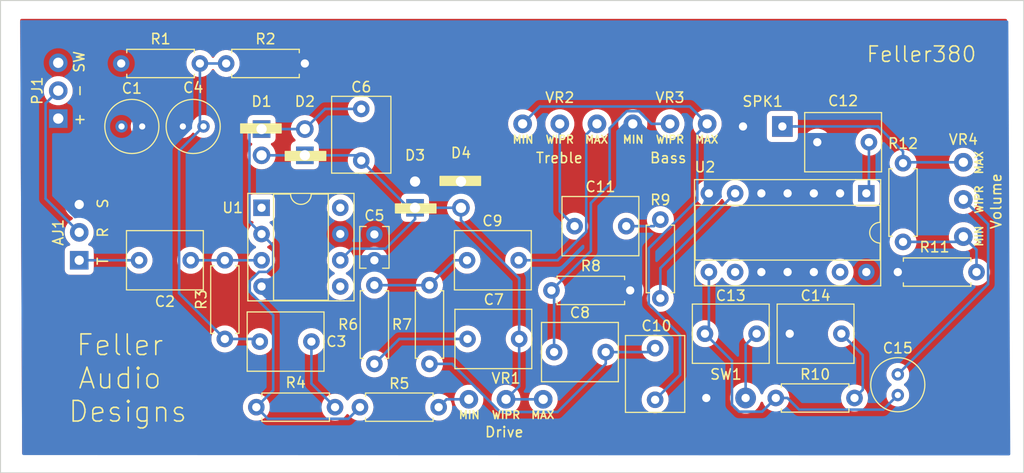
<source format=kicad_pcb>
(kicad_pcb (version 20171130) (host pcbnew "(5.1.2)-1")
  (layers (0 F.Cu signal) (31 B.Cu signal) (34 B.Paste user) (35 F.Paste user) (36 B.SilkS user) (37 F.SilkS user) (38 B.Mask user) (39 F.Mask user) (44 Edge.Cuts user))
  (net 0 "")
  (net 1 GND)
  (net 2 "Net-(AJ1-PadRING)")
  (net 3 "Net-(AJ1-PadTIP)")
  (net 4 /Vref)
  (net 5 "Net-(C2-Pad1)")
  (net 6 "Net-(C3-Pad1)")
  (net 7 "Net-(C6-Pad2)")
  (net 8 "Net-(C6-Pad1)")
  (net 9 "Net-(C7-Pad1)")
  (net 10 "Net-(C8-Pad1)")
  (net 11 VDD)
  (net 12 "Net-(U1-Pad8)")
  (net 13 "Net-(U1-Pad5)")
  (net 14 "Net-(U1-Pad1)")
  (net 15 "Net-(U2-Pad13)")
  (net 16 "Net-(U2-Pad9)")
  (net 17 "Net-(C10-Pad2)")
  (net 18 "Net-(C9-Pad2)")
  (net 19 "Net-(C9-Pad1)")
  (net 20 "Net-(C10-Pad1)")
  (net 21 "Net-(C11-Pad2)")
  (net 22 "Net-(C11-Pad1)")
  (net 23 "Net-(C12-Pad2)")
  (net 24 "Net-(C13-Pad2)")
  (net 25 "Net-(C13-Pad1)")
  (net 26 "Net-(C14-Pad1)")
  (net 27 "Net-(C15-Pad1)")
  (net 28 "Net-(R5-Pad1)")
  (net 29 "Net-(R9-Pad2)")
  (net 30 "Net-(R11-Pad1)")
  (net 31 "Net-(R12-Pad1)")
  (module Capacitor_THT:C_Rect_L7.2mm_W5.5mm_P5.00mm_FKS2_FKP2_MKS2_MKP2 (layer F.Cu) (at 157.607 85.598 180)
    (fp_text reference C14 (at 2.5 3.683) (layer F.SilkS))
    (fp_text value 47n)
    (fp_line (start 6.22 -2.87) (end 6.22 2.87) (layer F.SilkS) (width 0.12))
    (fp_line (start -1.22 -2.87) (end -1.22 2.87) (layer F.SilkS) (width 0.12))
    (fp_line (start -1.22 2.87) (end 6.22 2.87) (layer F.SilkS) (width 0.12))
    (fp_line (start -1.22 -2.87) (end 6.22 -2.87) (layer F.SilkS) (width 0.12))
    (pad 2 thru_hole circle (at 5 0 180) (size 1.6 1.6) (drill 0.8) (layers *.Cu *.Mask) (net 1 GND))
    (pad 1 thru_hole circle (at 0 0 180) (size 1.6 1.6) (drill 0.8) (layers *.Cu *.Mask) (net 26 "Net-(C14-Pad1)"))
  )
  (module Capacitor_THT:C_Rect_L7.2mm_W5.5mm_P5.00mm_FKS2_FKP2_MKS2_MKP2 (layer F.Cu) (at 144.399 85.598)
    (fp_text reference C13 (at 2.5 -3.683) (layer F.SilkS))
    (fp_text value 47n)
    (fp_line (start 6.22 -2.87) (end 6.22 2.87) (layer F.SilkS) (width 0.12))
    (fp_line (start -1.22 -2.87) (end -1.22 2.87) (layer F.SilkS) (width 0.12))
    (fp_line (start -1.22 2.87) (end 6.22 2.87) (layer F.SilkS) (width 0.12))
    (fp_line (start -1.22 -2.87) (end 6.22 -2.87) (layer F.SilkS) (width 0.12))
    (pad 2 thru_hole circle (at 5 0) (size 1.6 1.6) (drill 0.8) (layers *.Cu *.Mask) (net 24 "Net-(C13-Pad2)"))
    (pad 1 thru_hole circle (at 0 0) (size 1.6 1.6) (drill 0.8) (layers *.Cu *.Mask) (net 25 "Net-(C13-Pad1)"))
  )
  (module Capacitor_THT:C_Rect_L7.2mm_W5.5mm_P5.00mm_FKS2_FKP2_MKS2_MKP2 (layer F.Cu) (at 155.274 67.056)
    (fp_text reference C12 (at 2.5 -4) (layer F.SilkS))
    (fp_text value 47n)
    (fp_line (start 6.22 -2.87) (end 6.22 2.87) (layer F.SilkS) (width 0.12))
    (fp_line (start -1.22 -2.87) (end -1.22 2.87) (layer F.SilkS) (width 0.12))
    (fp_line (start -1.22 2.87) (end 6.22 2.87) (layer F.SilkS) (width 0.12))
    (fp_line (start -1.22 -2.87) (end 6.22 -2.87) (layer F.SilkS) (width 0.12))
    (pad 2 thru_hole circle (at 5 0) (size 1.6 1.6) (drill 0.8) (layers *.Cu *.Mask) (net 23 "Net-(C12-Pad2)"))
    (pad 1 thru_hole circle (at 0 0) (size 1.6 1.6) (drill 0.8) (layers *.Cu *.Mask) (net 1 GND))
  )
  (module Capacitor_THT:C_Rect_L7.2mm_W5.5mm_P5.00mm_FKS2_FKP2_MKS2_MKP2 (layer F.Cu) (at 136.779 75.184 180)
    (fp_text reference C11 (at 2.5 3.81) (layer F.SilkS))
    (fp_text value 1u)
    (fp_line (start 6.22 -2.87) (end 6.22 2.87) (layer F.SilkS) (width 0.12))
    (fp_line (start -1.22 -2.87) (end -1.22 2.87) (layer F.SilkS) (width 0.12))
    (fp_line (start -1.22 2.87) (end 6.22 2.87) (layer F.SilkS) (width 0.12))
    (fp_line (start -1.22 -2.87) (end 6.22 -2.87) (layer F.SilkS) (width 0.12))
    (pad 2 thru_hole circle (at 5 0 180) (size 1.6 1.6) (drill 0.8) (layers *.Cu *.Mask) (net 21 "Net-(C11-Pad2)"))
    (pad 1 thru_hole circle (at 0 0 180) (size 1.6 1.6) (drill 0.8) (layers *.Cu *.Mask) (net 22 "Net-(C11-Pad1)"))
  )
  (module Capacitor_THT:C_Rect_L7.2mm_W5.5mm_P5.00mm_FKS2_FKP2_MKS2_MKP2 (layer F.Cu) (at 139.573 91.995 90)
    (fp_text reference C10 (at 7.159 0.127 180) (layer F.SilkS))
    (fp_text value 100n)
    (fp_line (start 6.22 -2.87) (end 6.22 2.87) (layer F.SilkS) (width 0.12))
    (fp_line (start -1.22 -2.87) (end -1.22 2.87) (layer F.SilkS) (width 0.12))
    (fp_line (start -1.22 2.87) (end 6.22 2.87) (layer F.SilkS) (width 0.12))
    (fp_line (start -1.22 -2.87) (end 6.22 -2.87) (layer F.SilkS) (width 0.12))
    (pad 2 thru_hole circle (at 5 0 90) (size 1.6 1.6) (drill 0.8) (layers *.Cu *.Mask) (net 17 "Net-(C10-Pad2)"))
    (pad 1 thru_hole circle (at 0 0 90) (size 1.6 1.6) (drill 0.8) (layers *.Cu *.Mask) (net 20 "Net-(C10-Pad1)"))
  )
  (module Capacitor_THT:C_Rect_L7.2mm_W5.5mm_P5.00mm_FKS2_FKP2_MKS2_MKP2 (layer F.Cu) (at 126.365 78.486 180)
    (fp_text reference C9 (at 2.54 3.81) (layer F.SilkS))
    (fp_text value 470p)
    (fp_line (start 6.22 -2.87) (end 6.22 2.87) (layer F.SilkS) (width 0.12))
    (fp_line (start -1.22 -2.87) (end -1.22 2.87) (layer F.SilkS) (width 0.12))
    (fp_line (start -1.22 2.87) (end 6.22 2.87) (layer F.SilkS) (width 0.12))
    (fp_line (start -1.22 -2.87) (end 6.22 -2.87) (layer F.SilkS) (width 0.12))
    (pad 2 thru_hole circle (at 5 0 180) (size 1.6 1.6) (drill 0.8) (layers *.Cu *.Mask) (net 18 "Net-(C9-Pad2)"))
    (pad 1 thru_hole circle (at 0 0 180) (size 1.6 1.6) (drill 0.8) (layers *.Cu *.Mask) (net 19 "Net-(C9-Pad1)"))
  )
  (module Capacitor_THT:C_Rect_L7.2mm_W5.5mm_P5.00mm_FKS2_FKP2_MKS2_MKP2 (layer F.Cu) (at 129.794 87.376)
    (fp_text reference C8 (at 2.5 -3.81) (layer F.SilkS))
    (fp_text value 100n)
    (fp_line (start 6.22 -2.87) (end 6.22 2.87) (layer F.SilkS) (width 0.12))
    (fp_line (start -1.22 -2.87) (end -1.22 2.87) (layer F.SilkS) (width 0.12))
    (fp_line (start -1.22 2.87) (end 6.22 2.87) (layer F.SilkS) (width 0.12))
    (fp_line (start -1.22 -2.87) (end 6.22 -2.87) (layer F.SilkS) (width 0.12))
    (pad 2 thru_hole circle (at 5 0) (size 1.6 1.6) (drill 0.8) (layers *.Cu *.Mask) (net 17 "Net-(C10-Pad2)"))
    (pad 1 thru_hole circle (at 0 0) (size 1.6 1.6) (drill 0.8) (layers *.Cu *.Mask) (net 10 "Net-(C8-Pad1)"))
  )
  (module Capacitor_THT:C_Rect_L7.2mm_W5.5mm_P5.00mm_FKS2_FKP2_MKS2_MKP2 (layer F.Cu) (at 121.412 86.106)
    (fp_text reference C7 (at 2.54 -3.81) (layer F.SilkS))
    (fp_text value 1u)
    (fp_line (start 6.22 -2.87) (end 6.22 2.87) (layer F.SilkS) (width 0.12))
    (fp_line (start -1.22 -2.87) (end -1.22 2.87) (layer F.SilkS) (width 0.12))
    (fp_line (start -1.22 2.87) (end 6.22 2.87) (layer F.SilkS) (width 0.12))
    (fp_line (start -1.22 -2.87) (end 6.22 -2.87) (layer F.SilkS) (width 0.12))
    (pad 2 thru_hole circle (at 5 0) (size 1.6 1.6) (drill 0.8) (layers *.Cu *.Mask) (net 8 "Net-(C6-Pad1)"))
    (pad 1 thru_hole circle (at 0 0) (size 1.6 1.6) (drill 0.8) (layers *.Cu *.Mask) (net 9 "Net-(C7-Pad1)"))
  )
  (module Capacitor_THT:C_Rect_L7.2mm_W5.5mm_P5.00mm_FKS2_FKP2_MKS2_MKP2 (layer F.Cu) (at 111.125 68.834 90)
    (fp_text reference C6 (at 7.112 0 180) (layer F.SilkS))
    (fp_text value 470p)
    (fp_line (start 6.22 -2.87) (end 6.22 2.87) (layer F.SilkS) (width 0.12))
    (fp_line (start -1.22 -2.87) (end -1.22 2.87) (layer F.SilkS) (width 0.12))
    (fp_line (start -1.22 2.87) (end 6.22 2.87) (layer F.SilkS) (width 0.12))
    (fp_line (start -1.22 -2.87) (end 6.22 -2.87) (layer F.SilkS) (width 0.12))
    (pad 2 thru_hole circle (at 5 0 90) (size 1.6 1.6) (drill 0.8) (layers *.Cu *.Mask) (net 7 "Net-(C6-Pad2)"))
    (pad 1 thru_hole circle (at 0 0 90) (size 1.6 1.6) (drill 0.8) (layers *.Cu *.Mask) (net 8 "Net-(C6-Pad1)"))
  )
  (module Capacitor_THT:C_Rect_L7.2mm_W5.5mm_P5.00mm_FKS2_FKP2_MKS2_MKP2 (layer F.Cu) (at 106.299 86.36 180)
    (fp_text reference C3 (at -2.413 0) (layer F.SilkS))
    (fp_text value 100n)
    (fp_line (start 6.22 -2.87) (end 6.22 2.87) (layer F.SilkS) (width 0.12))
    (fp_line (start -1.22 -2.87) (end -1.22 2.87) (layer F.SilkS) (width 0.12))
    (fp_line (start -1.22 2.87) (end 6.22 2.87) (layer F.SilkS) (width 0.12))
    (fp_line (start -1.22 -2.87) (end 6.22 -2.87) (layer F.SilkS) (width 0.12))
    (pad 2 thru_hole circle (at 5 0 180) (size 1.6 1.6) (drill 0.8) (layers *.Cu *.Mask) (net 4 /Vref))
    (pad 1 thru_hole circle (at 0 0 180) (size 1.6 1.6) (drill 0.8) (layers *.Cu *.Mask) (net 6 "Net-(C3-Pad1)"))
  )
  (module Capacitor_THT:C_Rect_L7.2mm_W5.5mm_P5.00mm_FKS2_FKP2_MKS2_MKP2 (layer F.Cu) (at 94.615 78.486 180)
    (fp_text reference C2 (at 2.5 -4) (layer F.SilkS))
    (fp_text value 47n)
    (fp_line (start 6.22 -2.87) (end 6.22 2.87) (layer F.SilkS) (width 0.12))
    (fp_line (start -1.22 -2.87) (end -1.22 2.87) (layer F.SilkS) (width 0.12))
    (fp_line (start -1.22 2.87) (end 6.22 2.87) (layer F.SilkS) (width 0.12))
    (fp_line (start -1.22 -2.87) (end 6.22 -2.87) (layer F.SilkS) (width 0.12))
    (pad 2 thru_hole circle (at 5 0 180) (size 1.6 1.6) (drill 0.8) (layers *.Cu *.Mask) (net 3 "Net-(AJ1-PadTIP)"))
    (pad 1 thru_hole circle (at 0 0 180) (size 1.6 1.6) (drill 0.8) (layers *.Cu *.Mask) (net 5 "Net-(C2-Pad1)"))
  )
  (module GuitarPedalStuff:Pot (layer F.Cu) (at 141.014 65.278)
    (fp_text reference VR3 (at 0 -2.54) (layer F.SilkS))
    (fp_text value A1M)
    (fp_text user MAX (at 3.556 1.524) (layer F.SilkS) (effects (font (size 0.75 0.75))))
    (fp_text user WIPR (at 0 1.524) (layer F.SilkS) (effects (font (size 0.75 0.75))))
    (fp_text user MIN (at -3.556 1.524) (layer F.SilkS) (effects (font (size 0.75 0.75))))
    (pad MAX thru_hole circle (at 3.6 0) (size 1.8 1.8) (drill 0.9) (layers *.Cu *.Mask) (net 20 "Net-(C10-Pad1)"))
    (pad WIPR thru_hole circle (at 0 0) (size 1.8 1.8) (drill 0.9) (layers *.Cu *.Mask) (net 10 "Net-(C8-Pad1)"))
    (pad MIN thru_hole circle (at -3.6 0) (size 1.8 1.8) (drill 0.9) (layers *.Cu *.Mask) (net 1 GND))
  )
  (module GuitarPedalStuff:Pot (layer F.Cu) (at 130.346 65.278)
    (fp_text reference VR2 (at 0 -2.54) (layer F.SilkS))
    (fp_text value A100K)
    (fp_text user MAX (at 3.556 1.524) (layer F.SilkS) (effects (font (size 0.75 0.75))))
    (fp_text user WIPR (at 0 1.524) (layer F.SilkS) (effects (font (size 0.75 0.75))))
    (fp_text user MIN (at -3.556 1.524) (layer F.SilkS) (effects (font (size 0.75 0.75))))
    (pad MAX thru_hole circle (at 3.6 0) (size 1.8 1.8) (drill 0.9) (layers *.Cu *.Mask) (net 19 "Net-(C9-Pad1)"))
    (pad WIPR thru_hole circle (at 0 0) (size 1.8 1.8) (drill 0.9) (layers *.Cu *.Mask) (net 21 "Net-(C11-Pad2)"))
    (pad MIN thru_hole circle (at -3.6 0) (size 1.8 1.8) (drill 0.9) (layers *.Cu *.Mask) (net 20 "Net-(C10-Pad1)"))
  )
  (module Resistor_THT:R_Axial_DIN0207_L6.3mm_D2.5mm_P7.62mm_Horizontal (layer F.Cu) (at 129.54 81.407)
    (fp_text reference R8 (at 3.81 -2.37) (layer F.SilkS))
    (fp_text value 10K)
    (fp_line (start 7.08 1.37) (end 7.08 1.04) (layer F.SilkS) (width 0.12))
    (fp_line (start 0.54 1.37) (end 7.08 1.37) (layer F.SilkS) (width 0.12))
    (fp_line (start 0.54 1.04) (end 0.54 1.37) (layer F.SilkS) (width 0.12))
    (fp_line (start 7.08 -1.37) (end 7.08 -1.04) (layer F.SilkS) (width 0.12))
    (fp_line (start 0.54 -1.37) (end 7.08 -1.37) (layer F.SilkS) (width 0.12))
    (fp_line (start 0.54 -1.04) (end 0.54 -1.37) (layer F.SilkS) (width 0.12))
    (pad 2 thru_hole oval (at 7.62 0) (size 1.6 1.6) (drill 0.8) (layers *.Cu *.Mask) (net 1 GND))
    (pad 1 thru_hole circle (at 0 0) (size 1.6 1.6) (drill 0.8) (layers *.Cu *.Mask) (net 10 "Net-(C8-Pad1)"))
  )
  (module Resistor_THT:R_Axial_DIN0207_L6.3mm_D2.5mm_P7.62mm_Horizontal (layer F.Cu) (at 117.729 80.899 270)
    (fp_text reference R7 (at 3.81 2.667 180) (layer F.SilkS))
    (fp_text value 10K)
    (fp_line (start 7.08 1.37) (end 7.08 1.04) (layer F.SilkS) (width 0.12))
    (fp_line (start 0.54 1.37) (end 7.08 1.37) (layer F.SilkS) (width 0.12))
    (fp_line (start 0.54 1.04) (end 0.54 1.37) (layer F.SilkS) (width 0.12))
    (fp_line (start 7.08 -1.37) (end 7.08 -1.04) (layer F.SilkS) (width 0.12))
    (fp_line (start 0.54 -1.37) (end 7.08 -1.37) (layer F.SilkS) (width 0.12))
    (fp_line (start 0.54 -1.04) (end 0.54 -1.37) (layer F.SilkS) (width 0.12))
    (pad 2 thru_hole oval (at 7.62 0 270) (size 1.6 1.6) (drill 0.8) (layers *.Cu *.Mask) (net 17 "Net-(C10-Pad2)"))
    (pad 1 thru_hole circle (at 0 0 270) (size 1.6 1.6) (drill 0.8) (layers *.Cu *.Mask) (net 18 "Net-(C9-Pad2)"))
  )
  (module Resistor_THT:R_Axial_DIN0207_L6.3mm_D2.5mm_P7.62mm_Horizontal (layer F.Cu) (at 112.395 88.519 90)
    (fp_text reference R6 (at 3.81 -2.54 180) (layer F.SilkS))
    (fp_text value 10K)
    (fp_line (start 7.08 1.37) (end 7.08 1.04) (layer F.SilkS) (width 0.12))
    (fp_line (start 0.54 1.37) (end 7.08 1.37) (layer F.SilkS) (width 0.12))
    (fp_line (start 0.54 1.04) (end 0.54 1.37) (layer F.SilkS) (width 0.12))
    (fp_line (start 7.08 -1.37) (end 7.08 -1.04) (layer F.SilkS) (width 0.12))
    (fp_line (start 0.54 -1.37) (end 7.08 -1.37) (layer F.SilkS) (width 0.12))
    (fp_line (start 0.54 -1.04) (end 0.54 -1.37) (layer F.SilkS) (width 0.12))
    (pad 2 thru_hole oval (at 7.62 0 90) (size 1.6 1.6) (drill 0.8) (layers *.Cu *.Mask) (net 18 "Net-(C9-Pad2)"))
    (pad 1 thru_hole circle (at 0 0 90) (size 1.6 1.6) (drill 0.8) (layers *.Cu *.Mask) (net 9 "Net-(C7-Pad1)"))
  )
  (module Package_DIP:DIP-14_W7.62mm_Socket (layer F.Cu) (at 160.02 72.009 270)
    (fp_text reference U2 (at -2.54 15.621 180) (layer F.SilkS))
    (fp_text value LM380N)
    (fp_line (start 8.95 -1.39) (end -1.33 -1.39) (layer F.SilkS) (width 0.12))
    (fp_line (start 8.95 16.63) (end 8.95 -1.39) (layer F.SilkS) (width 0.12))
    (fp_line (start -1.33 16.63) (end 8.95 16.63) (layer F.SilkS) (width 0.12))
    (fp_line (start -1.33 -1.39) (end -1.33 16.63) (layer F.SilkS) (width 0.12))
    (fp_line (start 6.46 -1.33) (end 4.81 -1.33) (layer F.SilkS) (width 0.12))
    (fp_line (start 6.46 16.57) (end 6.46 -1.33) (layer F.SilkS) (width 0.12))
    (fp_line (start 1.16 16.57) (end 6.46 16.57) (layer F.SilkS) (width 0.12))
    (fp_line (start 1.16 -1.33) (end 1.16 16.57) (layer F.SilkS) (width 0.12))
    (fp_line (start 2.81 -1.33) (end 1.16 -1.33) (layer F.SilkS) (width 0.12))
    (fp_arc (start 3.81 -1.33) (end 2.81 -1.33) (angle -180) (layer F.SilkS) (width 0.12))
    (pad 14 thru_hole oval (at 7.62 0 270) (size 1.6 1.6) (drill 0.8) (layers *.Cu *.Mask) (net 11 VDD))
    (pad 7 thru_hole oval (at 0 15.24 270) (size 1.6 1.6) (drill 0.8) (layers *.Cu *.Mask) (net 1 GND))
    (pad 13 thru_hole oval (at 7.62 2.54 270) (size 1.6 1.6) (drill 0.8) (layers *.Cu *.Mask) (net 15 "Net-(U2-Pad13)"))
    (pad 6 thru_hole oval (at 0 12.7 270) (size 1.6 1.6) (drill 0.8) (layers *.Cu *.Mask) (net 29 "Net-(R9-Pad2)"))
    (pad 12 thru_hole oval (at 7.62 5.08 270) (size 1.6 1.6) (drill 0.8) (layers *.Cu *.Mask) (net 1 GND))
    (pad 5 thru_hole oval (at 0 10.16 270) (size 1.6 1.6) (drill 0.8) (layers *.Cu *.Mask) (net 1 GND))
    (pad 11 thru_hole oval (at 7.62 7.62 270) (size 1.6 1.6) (drill 0.8) (layers *.Cu *.Mask) (net 1 GND))
    (pad 4 thru_hole oval (at 0 7.62 270) (size 1.6 1.6) (drill 0.8) (layers *.Cu *.Mask) (net 1 GND))
    (pad 10 thru_hole oval (at 7.62 10.16 270) (size 1.6 1.6) (drill 0.8) (layers *.Cu *.Mask) (net 1 GND))
    (pad 3 thru_hole oval (at 0 5.08 270) (size 1.6 1.6) (drill 0.8) (layers *.Cu *.Mask) (net 1 GND))
    (pad 9 thru_hole oval (at 7.62 12.7 270) (size 1.6 1.6) (drill 0.8) (layers *.Cu *.Mask) (net 16 "Net-(U2-Pad9)"))
    (pad 2 thru_hole oval (at 0 2.54 270) (size 1.6 1.6) (drill 0.8) (layers *.Cu *.Mask) (net 1 GND))
    (pad 8 thru_hole oval (at 7.62 15.24 270) (size 1.6 1.6) (drill 0.8) (layers *.Cu *.Mask) (net 25 "Net-(C13-Pad1)"))
    (pad 1 thru_hole rect (at 0 0 270) (size 1.6 1.6) (drill 0.8) (layers *.Cu *.Mask) (net 23 "Net-(C12-Pad2)"))
  )
  (module Connector_Wire:SolderWirePad_1x02_P3.81mm_Drill0.8mm (layer F.Cu) (at 151.892 65.532 180)
    (fp_text reference SPK1 (at 1.905 2.413) (layer F.SilkS))
    (fp_text value 8R)
    (pad 2 thru_hole circle (at 3.81 0 180) (size 1.99898 1.99898) (drill 0.8001) (layers *.Cu *.Mask) (net 1 GND))
    (pad 1 thru_hole rect (at 0 0 180) (size 1.99898 1.99898) (drill 0.8001) (layers *.Cu *.Mask) (net 31 "Net-(R12-Pad1)"))
  )
  (module Capacitor_THT:C_Radial_D5.0mm_H5.0mm_P2.00mm (layer F.Cu) (at 163.068 89.535 270)
    (fp_text reference C15 (at -2.54 0 180) (layer F.SilkS))
    (fp_text value 220u)
    (fp_circle (center 1 0) (end 3.62 0) (layer F.SilkS) (width 0.12))
    (pad 2 thru_hole circle (at 2 0 270) (size 1.2 1.2) (drill 0.6) (layers *.Cu *.Mask) (net 25 "Net-(C13-Pad1)"))
    (pad 1 thru_hole circle (at 0 0 270) (size 1.2 1.2) (drill 0.6) (layers *.Cu *.Mask) (net 27 "Net-(C15-Pad1)"))
  )
  (module Resistor_THT:R_Axial_DIN0207_L6.3mm_D2.5mm_P7.62mm_Horizontal (layer F.Cu) (at 151.257 91.821)
    (fp_text reference R10 (at 3.81 -2.286) (layer F.SilkS))
    (fp_text value 10R)
    (fp_line (start 7.08 1.37) (end 7.08 1.04) (layer F.SilkS) (width 0.12))
    (fp_line (start 0.54 1.37) (end 7.08 1.37) (layer F.SilkS) (width 0.12))
    (fp_line (start 0.54 1.04) (end 0.54 1.37) (layer F.SilkS) (width 0.12))
    (fp_line (start 7.08 -1.37) (end 7.08 -1.04) (layer F.SilkS) (width 0.12))
    (fp_line (start 0.54 -1.37) (end 7.08 -1.37) (layer F.SilkS) (width 0.12))
    (fp_line (start 0.54 -1.04) (end 0.54 -1.37) (layer F.SilkS) (width 0.12))
    (pad 2 thru_hole oval (at 7.62 0) (size 1.6 1.6) (drill 0.8) (layers *.Cu *.Mask) (net 26 "Net-(C14-Pad1)"))
    (pad 1 thru_hole circle (at 0 0) (size 1.6 1.6) (drill 0.8) (layers *.Cu *.Mask) (net 25 "Net-(C13-Pad1)"))
  )
  (module Capacitor_THT:C_Disc_D3.8mm_W2.6mm_P2.50mm (layer F.Cu) (at 112.395 78.486 90)
    (fp_text reference C5 (at 4.318 0 180) (layer F.SilkS))
    (fp_text value 100n)
    (fp_line (start 3.27 0.795) (end 3.27 1.42) (layer F.SilkS) (width 0.12))
    (fp_line (start 3.27 -1.42) (end 3.27 -0.795) (layer F.SilkS) (width 0.12))
    (fp_line (start -0.77 0.795) (end -0.77 1.42) (layer F.SilkS) (width 0.12))
    (fp_line (start -0.77 -1.42) (end -0.77 -0.795) (layer F.SilkS) (width 0.12))
    (fp_line (start -0.77 1.42) (end 3.27 1.42) (layer F.SilkS) (width 0.12))
    (fp_line (start -0.77 -1.42) (end 3.27 -1.42) (layer F.SilkS) (width 0.12))
    (pad 2 thru_hole circle (at 2.5 0 90) (size 1.6 1.6) (drill 0.8) (layers *.Cu *.Mask) (net 11 VDD))
    (pad 1 thru_hole circle (at 0 0 90) (size 1.6 1.6) (drill 0.8) (layers *.Cu *.Mask) (net 1 GND))
  )
  (module GuitarPedalStuff:Pot (layer F.Cu) (at 169.418 72.6 90)
    (fp_text reference VR4 (at 5.798 0 180) (layer F.SilkS))
    (fp_text value A1K)
    (fp_text user MAX (at 3.556 1.524 90) (layer F.SilkS) (effects (font (size 0.75 0.75))))
    (fp_text user WIPR (at 0 1.524 90) (layer F.SilkS) (effects (font (size 0.75 0.75))))
    (fp_text user MIN (at -3.556 1.524 90) (layer F.SilkS) (effects (font (size 0.75 0.75))))
    (pad MAX thru_hole circle (at 3.6 0 90) (size 1.8 1.8) (drill 0.9) (layers *.Cu *.Mask) (net 31 "Net-(R12-Pad1)"))
    (pad WIPR thru_hole circle (at 0 0 90) (size 1.8 1.8) (drill 0.9) (layers *.Cu *.Mask) (net 27 "Net-(C15-Pad1)"))
    (pad MIN thru_hole circle (at -3.6 0 90) (size 1.8 1.8) (drill 0.9) (layers *.Cu *.Mask) (net 30 "Net-(R11-Pad1)"))
  )
  (module GuitarPedalStuff:Pot (layer F.Cu) (at 125.139 91.948)
    (fp_text reference VR1 (at 0 -2.032) (layer F.SilkS))
    (fp_text value A250K)
    (fp_text user MAX (at 3.556 1.524) (layer F.SilkS) (effects (font (size 0.75 0.75))))
    (fp_text user WIPR (at 0 1.524) (layer F.SilkS) (effects (font (size 0.75 0.75))))
    (fp_text user MIN (at -3.556 1.524) (layer F.SilkS) (effects (font (size 0.75 0.75))))
    (pad MAX thru_hole circle (at 3.6 0) (size 1.8 1.8) (drill 0.9) (layers *.Cu *.Mask) (net 8 "Net-(C6-Pad1)"))
    (pad WIPR thru_hole circle (at 0 0) (size 1.8 1.8) (drill 0.9) (layers *.Cu *.Mask) (net 8 "Net-(C6-Pad1)"))
    (pad MIN thru_hole circle (at -3.6 0) (size 1.8 1.8) (drill 0.9) (layers *.Cu *.Mask) (net 28 "Net-(R5-Pad1)"))
  )
  (module Connector_Wire:SolderWirePad_1x02_P3.81mm_Drill0.8mm (layer F.Cu) (at 144.526 91.821)
    (fp_text reference SW1 (at 1.905 -2.286) (layer F.SilkS))
    (fp_text value SW_SPST)
    (pad 2 thru_hole circle (at 3.81 0) (size 1.99898 1.99898) (drill 0.8001) (layers *.Cu *.Mask) (net 24 "Net-(C13-Pad2)"))
    (pad 1 thru_hole rect (at 0 0) (size 1.99898 1.99898) (drill 0.8001) (layers *.Cu *.Mask) (net 1 GND))
  )
  (module Resistor_THT:R_Axial_DIN0207_L6.3mm_D2.5mm_P7.62mm_Horizontal (layer F.Cu) (at 98.044 59.436)
    (fp_text reference R2 (at 3.81 -2.37) (layer F.SilkS))
    (fp_text value 33K)
    (fp_line (start 7.08 1.37) (end 7.08 1.04) (layer F.SilkS) (width 0.12))
    (fp_line (start 0.54 1.37) (end 7.08 1.37) (layer F.SilkS) (width 0.12))
    (fp_line (start 0.54 1.04) (end 0.54 1.37) (layer F.SilkS) (width 0.12))
    (fp_line (start 7.08 -1.37) (end 7.08 -1.04) (layer F.SilkS) (width 0.12))
    (fp_line (start 0.54 -1.37) (end 7.08 -1.37) (layer F.SilkS) (width 0.12))
    (fp_line (start 0.54 -1.04) (end 0.54 -1.37) (layer F.SilkS) (width 0.12))
    (pad 2 thru_hole oval (at 7.62 0) (size 1.6 1.6) (drill 0.8) (layers *.Cu *.Mask) (net 1 GND))
    (pad 1 thru_hole circle (at 0 0) (size 1.6 1.6) (drill 0.8) (layers *.Cu *.Mask) (net 4 /Vref))
  )
  (module Resistor_THT:R_Axial_DIN0207_L6.3mm_D2.5mm_P7.62mm_Horizontal (layer F.Cu) (at 87.884 59.436)
    (fp_text reference R1 (at 3.81 -2.37) (layer F.SilkS))
    (fp_text value 33K)
    (fp_line (start 7.08 1.37) (end 7.08 1.04) (layer F.SilkS) (width 0.12))
    (fp_line (start 0.54 1.37) (end 7.08 1.37) (layer F.SilkS) (width 0.12))
    (fp_line (start 0.54 1.04) (end 0.54 1.37) (layer F.SilkS) (width 0.12))
    (fp_line (start 7.08 -1.37) (end 7.08 -1.04) (layer F.SilkS) (width 0.12))
    (fp_line (start 0.54 -1.37) (end 7.08 -1.37) (layer F.SilkS) (width 0.12))
    (fp_line (start 0.54 -1.04) (end 0.54 -1.37) (layer F.SilkS) (width 0.12))
    (pad 2 thru_hole oval (at 7.62 0) (size 1.6 1.6) (drill 0.8) (layers *.Cu *.Mask) (net 4 /Vref))
    (pad 1 thru_hole circle (at 0 0) (size 1.6 1.6) (drill 0.8) (layers *.Cu *.Mask) (net 11 VDD))
  )
  (module Resistor_THT:R_Axial_DIN0207_L6.3mm_D2.5mm_P7.62mm_Horizontal (layer F.Cu) (at 163.576 69.088 270)
    (fp_text reference R12 (at -1.905 0 180) (layer F.SilkS))
    (fp_text value 1K)
    (fp_line (start 7.08 1.37) (end 7.08 1.04) (layer F.SilkS) (width 0.12))
    (fp_line (start 0.54 1.37) (end 7.08 1.37) (layer F.SilkS) (width 0.12))
    (fp_line (start 0.54 1.04) (end 0.54 1.37) (layer F.SilkS) (width 0.12))
    (fp_line (start 7.08 -1.37) (end 7.08 -1.04) (layer F.SilkS) (width 0.12))
    (fp_line (start 0.54 -1.37) (end 7.08 -1.37) (layer F.SilkS) (width 0.12))
    (fp_line (start 0.54 -1.04) (end 0.54 -1.37) (layer F.SilkS) (width 0.12))
    (pad 2 thru_hole oval (at 7.62 0 270) (size 1.6 1.6) (drill 0.8) (layers *.Cu *.Mask) (net 30 "Net-(R11-Pad1)"))
    (pad 1 thru_hole circle (at 0 0 270) (size 1.6 1.6) (drill 0.8) (layers *.Cu *.Mask) (net 31 "Net-(R12-Pad1)"))
  )
  (module Resistor_THT:R_Axial_DIN0207_L6.3mm_D2.5mm_P7.62mm_Horizontal (layer F.Cu) (at 170.688 79.629 180)
    (fp_text reference R11 (at 4.064 2.413) (layer F.SilkS))
    (fp_text value 8R)
    (fp_line (start 7.08 1.37) (end 7.08 1.04) (layer F.SilkS) (width 0.12))
    (fp_line (start 0.54 1.37) (end 7.08 1.37) (layer F.SilkS) (width 0.12))
    (fp_line (start 0.54 1.04) (end 0.54 1.37) (layer F.SilkS) (width 0.12))
    (fp_line (start 7.08 -1.37) (end 7.08 -1.04) (layer F.SilkS) (width 0.12))
    (fp_line (start 0.54 -1.37) (end 7.08 -1.37) (layer F.SilkS) (width 0.12))
    (fp_line (start 0.54 -1.04) (end 0.54 -1.37) (layer F.SilkS) (width 0.12))
    (pad 2 thru_hole oval (at 7.62 0 180) (size 1.6 1.6) (drill 0.8) (layers *.Cu *.Mask) (net 1 GND))
    (pad 1 thru_hole circle (at 0 0 180) (size 1.6 1.6) (drill 0.8) (layers *.Cu *.Mask) (net 30 "Net-(R11-Pad1)"))
  )
  (module Resistor_THT:R_Axial_DIN0207_L6.3mm_D2.5mm_P7.62mm_Horizontal (layer F.Cu) (at 140.081 74.549 270)
    (fp_text reference R9 (at -1.905 0 180) (layer F.SilkS))
    (fp_text value 33K)
    (fp_line (start 7.08 1.37) (end 7.08 1.04) (layer F.SilkS) (width 0.12))
    (fp_line (start 0.54 1.37) (end 7.08 1.37) (layer F.SilkS) (width 0.12))
    (fp_line (start 0.54 1.04) (end 0.54 1.37) (layer F.SilkS) (width 0.12))
    (fp_line (start 7.08 -1.37) (end 7.08 -1.04) (layer F.SilkS) (width 0.12))
    (fp_line (start 0.54 -1.37) (end 7.08 -1.37) (layer F.SilkS) (width 0.12))
    (fp_line (start 0.54 -1.04) (end 0.54 -1.37) (layer F.SilkS) (width 0.12))
    (pad 2 thru_hole oval (at 7.62 0 270) (size 1.6 1.6) (drill 0.8) (layers *.Cu *.Mask) (net 29 "Net-(R9-Pad2)"))
    (pad 1 thru_hole circle (at 0 0 270) (size 1.6 1.6) (drill 0.8) (layers *.Cu *.Mask) (net 22 "Net-(C11-Pad1)"))
  )
  (module Resistor_THT:R_Axial_DIN0207_L6.3mm_D2.5mm_P7.62mm_Horizontal (layer F.Cu) (at 118.618 92.71 180)
    (fp_text reference R5 (at 3.81 2.286) (layer F.SilkS))
    (fp_text value 3K3)
    (fp_line (start 7.08 1.37) (end 7.08 1.04) (layer F.SilkS) (width 0.12))
    (fp_line (start 0.54 1.37) (end 7.08 1.37) (layer F.SilkS) (width 0.12))
    (fp_line (start 0.54 1.04) (end 0.54 1.37) (layer F.SilkS) (width 0.12))
    (fp_line (start 7.08 -1.37) (end 7.08 -1.04) (layer F.SilkS) (width 0.12))
    (fp_line (start 0.54 -1.37) (end 7.08 -1.37) (layer F.SilkS) (width 0.12))
    (fp_line (start 0.54 -1.04) (end 0.54 -1.37) (layer F.SilkS) (width 0.12))
    (pad 2 thru_hole oval (at 7.62 0 180) (size 1.6 1.6) (drill 0.8) (layers *.Cu *.Mask) (net 7 "Net-(C6-Pad2)"))
    (pad 1 thru_hole circle (at 0 0 180) (size 1.6 1.6) (drill 0.8) (layers *.Cu *.Mask) (net 28 "Net-(R5-Pad1)"))
  )
  (module Resistor_THT:R_Axial_DIN0207_L6.3mm_D2.5mm_P7.62mm_Horizontal (layer F.Cu) (at 100.965 92.71)
    (fp_text reference R4 (at 3.81 -2.37) (layer F.SilkS))
    (fp_text value 3K3)
    (fp_line (start 7.08 1.37) (end 7.08 1.04) (layer F.SilkS) (width 0.12))
    (fp_line (start 0.54 1.37) (end 7.08 1.37) (layer F.SilkS) (width 0.12))
    (fp_line (start 0.54 1.04) (end 0.54 1.37) (layer F.SilkS) (width 0.12))
    (fp_line (start 7.08 -1.37) (end 7.08 -1.04) (layer F.SilkS) (width 0.12))
    (fp_line (start 0.54 -1.37) (end 7.08 -1.37) (layer F.SilkS) (width 0.12))
    (fp_line (start 0.54 -1.04) (end 0.54 -1.37) (layer F.SilkS) (width 0.12))
    (pad 2 thru_hole oval (at 7.62 0) (size 1.6 1.6) (drill 0.8) (layers *.Cu *.Mask) (net 6 "Net-(C3-Pad1)"))
    (pad 1 thru_hole circle (at 0 0) (size 1.6 1.6) (drill 0.8) (layers *.Cu *.Mask) (net 7 "Net-(C6-Pad2)"))
  )
  (module Resistor_THT:R_Axial_DIN0207_L6.3mm_D2.5mm_P7.62mm_Horizontal (layer F.Cu) (at 97.917 78.486 270)
    (fp_text reference R3 (at 3.81 2.286 90) (layer F.SilkS))
    (fp_text value 1M5)
    (fp_line (start 7.08 1.37) (end 7.08 1.04) (layer F.SilkS) (width 0.12))
    (fp_line (start 0.54 1.37) (end 7.08 1.37) (layer F.SilkS) (width 0.12))
    (fp_line (start 0.54 1.04) (end 0.54 1.37) (layer F.SilkS) (width 0.12))
    (fp_line (start 7.08 -1.37) (end 7.08 -1.04) (layer F.SilkS) (width 0.12))
    (fp_line (start 0.54 -1.37) (end 7.08 -1.37) (layer F.SilkS) (width 0.12))
    (fp_line (start 0.54 -1.04) (end 0.54 -1.37) (layer F.SilkS) (width 0.12))
    (pad 2 thru_hole oval (at 7.62 0 270) (size 1.6 1.6) (drill 0.8) (layers *.Cu *.Mask) (net 4 /Vref))
    (pad 1 thru_hole circle (at 0 0 270) (size 1.6 1.6) (drill 0.8) (layers *.Cu *.Mask) (net 5 "Net-(C2-Pad1)"))
  )
  (module GuitarPedalStuff:DC_Barrel_Jack (layer F.Cu) (at 81.788 62.07 90)
    (fp_text reference PJ1 (at 0 -2.032 90) (layer F.SilkS))
    (fp_text value DC_Barrel_Jack)
    (fp_text user SW (at 2.794 2.032 90) (layer F.SilkS))
    (fp_text user - (at 0 2.032 90) (layer F.SilkS))
    (fp_text user + (at -2.794 2.032 90) (layer F.SilkS))
    (pad 3 thru_hole circle (at 2.7 0 90) (size 1.8 1.8) (drill 1) (layers *.Cu *.Mask) (net 11 VDD))
    (pad 2 thru_hole circle (at 0 0 90) (size 1.8 1.8) (drill 1) (layers *.Cu *.Mask) (net 2 "Net-(AJ1-PadRING)"))
    (pad 1 thru_hole rect (at -2.7 0 90) (size 1.8 1.8) (drill 1) (layers *.Cu *.Mask) (net 11 VDD))
  )
  (module GuitarPedalStuff:DIP-8_Socket (layer F.Cu) (at 101.473 73.406)
    (fp_text reference U1 (at -2.794 0) (layer F.SilkS))
    (fp_text value Single_OpAmp)
    (fp_line (start 8.95 -1.39) (end -1.33 -1.39) (layer F.SilkS) (width 0.12))
    (fp_line (start 8.95 9.01) (end 8.95 -1.39) (layer F.SilkS) (width 0.12))
    (fp_line (start -1.33 9.01) (end 8.95 9.01) (layer F.SilkS) (width 0.12))
    (fp_line (start -1.33 -1.39) (end -1.33 9.01) (layer F.SilkS) (width 0.12))
    (fp_line (start 6.46 -1.33) (end 4.81 -1.33) (layer F.SilkS) (width 0.12))
    (fp_line (start 6.46 8.95) (end 6.46 -1.33) (layer F.SilkS) (width 0.12))
    (fp_line (start 1.16 8.95) (end 6.46 8.95) (layer F.SilkS) (width 0.12))
    (fp_line (start 1.16 -1.33) (end 1.16 8.95) (layer F.SilkS) (width 0.12))
    (fp_line (start 2.81 -1.33) (end 1.16 -1.33) (layer F.SilkS) (width 0.12))
    (fp_arc (start 3.81 -1.33) (end 2.81 -1.33) (angle -180) (layer F.SilkS) (width 0.12))
    (pad 8 thru_hole oval (at 7.62 0) (size 1.6 1.6) (drill 0.8) (layers *.Cu *.Mask) (net 12 "Net-(U1-Pad8)"))
    (pad 4 thru_hole oval (at 0 7.62) (size 1.6 1.6) (drill 0.8) (layers *.Cu *.Mask) (net 1 GND))
    (pad 7 thru_hole oval (at 7.62 2.54) (size 1.6 1.6) (drill 0.8) (layers *.Cu *.Mask) (net 11 VDD))
    (pad 3 thru_hole oval (at 0 5.08) (size 1.6 1.6) (drill 0.8) (layers *.Cu *.Mask) (net 5 "Net-(C2-Pad1)"))
    (pad 6 thru_hole oval (at 7.62 5.08) (size 1.6 1.6) (drill 0.8) (layers *.Cu *.Mask) (net 8 "Net-(C6-Pad1)"))
    (pad 2 thru_hole oval (at 0 2.54) (size 1.6 1.6) (drill 0.8) (layers *.Cu *.Mask) (net 7 "Net-(C6-Pad2)"))
    (pad 5 thru_hole oval (at 7.62 7.62) (size 1.6 1.6) (drill 0.8) (layers *.Cu *.Mask) (net 13 "Net-(U1-Pad5)"))
    (pad 1 thru_hole rect (at 0 0) (size 1.6 1.6) (drill 0.8) (layers *.Cu *.Mask) (net 14 "Net-(U1-Pad1)"))
  )
  (module GuitarPedalStuff:Diode_Socket (layer F.Cu) (at 120.777 70.866)
    (fp_text reference D4 (at 0 -2.77) (layer F.SilkS))
    (fp_text value 1N4148)
    (fp_poly (pts (xy -2.032 -0.508) (xy 1.905 -0.508) (xy 1.905 0.381) (xy -2.032 0.381)) (layer F.SilkS) (width 0.1))
    (pad 2 thru_hole oval (at 0 2.54) (size 1.7 1.7) (drill 1) (layers *.Cu *.Mask) (net 8 "Net-(C6-Pad1)"))
    (pad 1 thru_hole rect (at 0 0) (size 1.7 1.7) (drill 1) (layers *.Cu *.Mask) (net 1 GND))
  )
  (module GuitarPedalStuff:Diode_Socket (layer F.Cu) (at 116.332 73.406 180)
    (fp_text reference D3 (at 0 5.08) (layer F.SilkS))
    (fp_text value 1N4148)
    (fp_poly (pts (xy -2.032 -0.508) (xy 1.905 -0.508) (xy 1.905 0.381) (xy -2.032 0.381)) (layer F.SilkS) (width 0.1))
    (pad 2 thru_hole oval (at 0 2.54 180) (size 1.7 1.7) (drill 1) (layers *.Cu *.Mask) (net 1 GND))
    (pad 1 thru_hole rect (at 0 0 180) (size 1.7 1.7) (drill 1) (layers *.Cu *.Mask) (net 8 "Net-(C6-Pad1)"))
  )
  (module GuitarPedalStuff:Diode_Socket (layer F.Cu) (at 105.664 68.326 180)
    (fp_text reference D2 (at 0 5.207) (layer F.SilkS))
    (fp_text value 1N4148)
    (fp_poly (pts (xy -2.032 -0.508) (xy 1.905 -0.508) (xy 1.905 0.381) (xy -2.032 0.381)) (layer F.SilkS) (width 0.1))
    (pad 2 thru_hole oval (at 0 2.54 180) (size 1.7 1.7) (drill 1) (layers *.Cu *.Mask) (net 7 "Net-(C6-Pad2)"))
    (pad 1 thru_hole rect (at 0 0 180) (size 1.7 1.7) (drill 1) (layers *.Cu *.Mask) (net 8 "Net-(C6-Pad1)"))
  )
  (module GuitarPedalStuff:Diode_Socket (layer F.Cu) (at 101.473 65.786)
    (fp_text reference D1 (at 0 -2.667) (layer F.SilkS))
    (fp_text value 1N4148)
    (fp_poly (pts (xy -2.032 -0.508) (xy 1.905 -0.508) (xy 1.905 0.381) (xy -2.032 0.381)) (layer F.SilkS) (width 0.1))
    (pad 2 thru_hole oval (at 0 2.54) (size 1.7 1.7) (drill 1) (layers *.Cu *.Mask) (net 8 "Net-(C6-Pad1)"))
    (pad 1 thru_hole rect (at 0 0) (size 1.7 1.7) (drill 1) (layers *.Cu *.Mask) (net 7 "Net-(C6-Pad2)"))
  )
  (module Capacitor_THT:C_Radial_D5.0mm_H5.0mm_P2.00mm (layer F.Cu) (at 93.853 65.532)
    (fp_text reference C4 (at 1 -3.75) (layer F.SilkS))
    (fp_text value 47u)
    (fp_circle (center 1 0) (end 3.62 0) (layer F.SilkS) (width 0.12))
    (pad 2 thru_hole circle (at 2 0) (size 1.2 1.2) (drill 0.6) (layers *.Cu *.Mask) (net 4 /Vref))
    (pad 1 thru_hole circle (at 0 0) (size 1.2 1.2) (drill 0.6) (layers *.Cu *.Mask) (net 1 GND))
  )
  (module Capacitor_THT:C_Radial_D5.0mm_H5.0mm_P2.00mm (layer F.Cu) (at 89.916 65.532 180)
    (fp_text reference C1 (at 1 3.683) (layer F.SilkS))
    (fp_text value 470u)
    (fp_circle (center 1 0) (end 3.62 0) (layer F.SilkS) (width 0.12))
    (pad 2 thru_hole circle (at 2 0 180) (size 1.2 1.2) (drill 0.6) (layers *.Cu *.Mask) (net 11 VDD))
    (pad 1 thru_hole circle (at 0 0 180) (size 1.2 1.2) (drill 0.6) (layers *.Cu *.Mask) (net 1 GND))
  )
  (module GuitarPedalStuff:Stereo_Audio_Jack (layer F.Cu) (at 83.82 75.786 90)
    (fp_text reference AJ1 (at 0 -2.032 90) (layer F.SilkS))
    (fp_text value Stereo_Audio_Jack)
    (fp_text user S (at 2.794 2.286 90) (layer F.SilkS))
    (fp_text user R (at 0 2.286 90) (layer F.SilkS))
    (fp_text user T (at -2.794 2.286 90) (layer F.SilkS))
    (pad SLEEVE thru_hole circle (at 2.7 0 90) (size 1.8 1.8) (drill 0.9) (layers *.Cu *.Mask) (net 1 GND))
    (pad RING thru_hole circle (at 0 0 90) (size 1.8 1.8) (drill 0.9) (layers *.Cu *.Mask) (net 2 "Net-(AJ1-PadRING)"))
    (pad TIP thru_hole rect (at -2.7 0 90) (size 1.8 1.8) (drill 0.9) (layers *.Cu *.Mask) (net 3 "Net-(AJ1-PadTIP)"))
  )
  (gr_text Volume (at 172.593 72.771 90) (layer F.SilkS) (effects (font (size 1 1))))
  (gr_text Bass (at 140.843 68.58) (layer F.SilkS) (effects (font (size 1 1))))
  (gr_text Treble (at 130.302 68.58) (layer F.SilkS) (effects (font (size 1 1))))
  (gr_text Drive (at 124.968 95.123) (layer F.SilkS) (effects (font (size 1 1))))
  (gr_line (start 76.2 99.06) (end 76.2 53.34) (layer Edge.Cuts) (width 0.1))
  (gr_line (start 175.26 99.06) (end 76.2 99.06) (layer Edge.Cuts) (width 0.1))
  (gr_line (start 175.26 53.34) (end 175.26 99.06) (layer Edge.Cuts) (width 0.1))
  (gr_line (start 76.2 53.34) (end 175.26 53.34) (layer Edge.Cuts) (width 0.1))
  (gr_text Feller380 (at 165.354 58.547) (layer F.SilkS) (effects (font (size 1.5 1.5))))
  (gr_text "Feller \nAudio \nDesigns" (at 88.519 89.916) (layer F.SilkS) (effects (font (size 2 2))))
  (segment (start 82.920001 74.886001) (end 83.82 75.786) (width 0.25) (layer B.Cu) (net 2))
  (segment (start 80.562999 72.528999) (end 82.920001 74.886001) (width 0.25) (layer B.Cu) (net 2))
  (segment (start 80.562999 63.295001) (end 80.562999 72.528999) (width 0.25) (layer B.Cu) (net 2))
  (segment (start 81.788 62.07) (end 80.562999 63.295001) (width 0.25) (layer B.Cu) (net 2))
  (segment (start 83.82 78.486) (end 89.615 78.486) (width 0.25) (layer B.Cu) (net 3))
  (segment (start 95.504 59.436) (end 98.044 59.436) (width 0.25) (layer B.Cu) (net 4))
  (segment (start 95.504 65.183) (end 95.853 65.532) (width 0.25) (layer B.Cu) (net 4))
  (segment (start 95.504 59.436) (end 95.504 65.183) (width 0.25) (layer B.Cu) (net 4))
  (segment (start 101.045 86.106) (end 101.299 86.36) (width 0.25) (layer B.Cu) (net 4))
  (segment (start 97.917 86.106) (end 101.045 86.106) (width 0.25) (layer B.Cu) (net 4))
  (segment (start 95.253001 66.131999) (end 95.853 65.532) (width 0.25) (layer B.Cu) (net 4))
  (segment (start 93.489999 67.895001) (end 95.253001 66.131999) (width 0.25) (layer B.Cu) (net 4))
  (segment (start 93.489999 81.678999) (end 93.489999 67.895001) (width 0.25) (layer B.Cu) (net 4))
  (segment (start 97.917 86.106) (end 93.489999 81.678999) (width 0.25) (layer B.Cu) (net 4))
  (segment (start 94.615 78.486) (end 97.917 78.486) (width 0.25) (layer B.Cu) (net 5))
  (segment (start 97.917 78.486) (end 101.473 78.486) (width 0.25) (layer B.Cu) (net 5))
  (segment (start 106.299 90.424) (end 108.585 92.71) (width 0.25) (layer B.Cu) (net 6))
  (segment (start 106.299 86.36) (end 106.299 90.424) (width 0.25) (layer B.Cu) (net 6))
  (segment (start 107.616 63.834) (end 105.664 65.786) (width 0.25) (layer B.Cu) (net 7))
  (segment (start 111.125 63.834) (end 107.616 63.834) (width 0.25) (layer B.Cu) (net 7))
  (segment (start 105.664 65.786) (end 101.473 65.786) (width 0.25) (layer B.Cu) (net 7))
  (segment (start 100.673001 75.146001) (end 101.473 75.946) (width 0.25) (layer B.Cu) (net 7))
  (segment (start 100.297999 74.770999) (end 100.673001 75.146001) (width 0.25) (layer B.Cu) (net 7))
  (segment (start 100.297999 65.861001) (end 100.297999 74.770999) (width 0.25) (layer B.Cu) (net 7))
  (segment (start 100.373 65.786) (end 100.297999 65.861001) (width 0.25) (layer B.Cu) (net 7))
  (segment (start 101.473 65.786) (end 100.373 65.786) (width 0.25) (layer B.Cu) (net 7))
  (segment (start 110.198001 93.509999) (end 110.998 92.71) (width 0.25) (layer B.Cu) (net 7))
  (segment (start 109.872999 93.835001) (end 110.198001 93.509999) (width 0.25) (layer B.Cu) (net 7))
  (segment (start 102.090001 93.835001) (end 109.872999 93.835001) (width 0.25) (layer B.Cu) (net 7))
  (segment (start 100.965 92.71) (end 102.090001 93.835001) (width 0.25) (layer B.Cu) (net 7))
  (segment (start 102.598001 91.076999) (end 100.965 92.71) (width 0.25) (layer B.Cu) (net 7))
  (segment (start 102.598001 83.816003) (end 102.598001 91.076999) (width 0.25) (layer B.Cu) (net 7))
  (segment (start 100.33 81.548002) (end 102.598001 83.816003) (width 0.25) (layer B.Cu) (net 7))
  (segment (start 100.33 80.503998) (end 100.33 81.548002) (width 0.25) (layer B.Cu) (net 7))
  (segment (start 101.222997 79.611001) (end 100.33 80.503998) (width 0.25) (layer B.Cu) (net 7))
  (segment (start 102.013001 79.611001) (end 101.222997 79.611001) (width 0.25) (layer B.Cu) (net 7))
  (segment (start 102.598001 79.026001) (end 102.013001 79.611001) (width 0.25) (layer B.Cu) (net 7))
  (segment (start 102.598001 77.071001) (end 102.598001 79.026001) (width 0.25) (layer B.Cu) (net 7))
  (segment (start 101.473 75.946) (end 102.598001 77.071001) (width 0.25) (layer B.Cu) (net 7))
  (segment (start 101.473 68.326) (end 105.664 68.326) (width 0.25) (layer B.Cu) (net 8))
  (segment (start 110.617 68.326) (end 111.125 68.834) (width 0.25) (layer B.Cu) (net 8))
  (segment (start 105.664 68.326) (end 110.617 68.326) (width 0.25) (layer B.Cu) (net 8))
  (segment (start 115.697 73.406) (end 116.332 73.406) (width 0.25) (layer B.Cu) (net 8))
  (segment (start 111.125 68.834) (end 115.697 73.406) (width 0.25) (layer B.Cu) (net 8))
  (segment (start 116.332 74.506) (end 116.332 73.406) (width 0.25) (layer B.Cu) (net 8))
  (segment (start 113.477001 77.360999) (end 116.332 74.506) (width 0.25) (layer B.Cu) (net 8))
  (segment (start 110.218001 77.360999) (end 113.477001 77.360999) (width 0.25) (layer B.Cu) (net 8))
  (segment (start 109.093 78.486) (end 110.218001 77.360999) (width 0.25) (layer B.Cu) (net 8))
  (segment (start 116.332 73.406) (end 120.777 73.406) (width 0.25) (layer B.Cu) (net 8))
  (segment (start 126.412 90.675) (end 125.139 91.948) (width 0.25) (layer B.Cu) (net 8))
  (segment (start 126.412 86.106) (end 126.412 90.675) (width 0.25) (layer B.Cu) (net 8))
  (segment (start 125.139 91.948) (end 128.739 91.948) (width 0.25) (layer B.Cu) (net 8))
  (segment (start 126.412 84.97463) (end 126.412 86.106) (width 0.25) (layer B.Cu) (net 8))
  (segment (start 126.412 80.243081) (end 126.412 84.97463) (width 0.25) (layer B.Cu) (net 8))
  (segment (start 120.777 74.608081) (end 126.412 80.243081) (width 0.25) (layer B.Cu) (net 8))
  (segment (start 120.777 73.406) (end 120.777 74.608081) (width 0.25) (layer B.Cu) (net 8))
  (segment (start 114.808 86.106) (end 121.412 86.106) (width 0.25) (layer B.Cu) (net 9))
  (segment (start 112.395 88.519) (end 114.808 86.106) (width 0.25) (layer B.Cu) (net 9))
  (segment (start 129.794 81.661) (end 129.54 81.407) (width 0.25) (layer B.Cu) (net 10))
  (segment (start 129.794 87.376) (end 129.794 81.661) (width 0.25) (layer B.Cu) (net 10))
  (segment (start 133.354012 77.592988) (end 129.54 81.407) (width 0.25) (layer B.Cu) (net 10))
  (segment (start 135.171001 65.707997) (end 135.171001 71.120999) (width 0.25) (layer B.Cu) (net 10))
  (segment (start 136.825999 64.052999) (end 135.171001 65.707997) (width 0.25) (layer B.Cu) (net 10))
  (segment (start 138.002001 64.052999) (end 136.825999 64.052999) (width 0.25) (layer B.Cu) (net 10))
  (segment (start 141.014 65.278) (end 139.227002 65.278) (width 0.25) (layer B.Cu) (net 10))
  (segment (start 135.171001 71.120999) (end 133.354012 72.937988) (width 0.25) (layer B.Cu) (net 10))
  (segment (start 133.354012 72.937988) (end 133.354012 77.592988) (width 0.25) (layer B.Cu) (net 10))
  (segment (start 139.227002 65.278) (end 138.002001 64.052999) (width 0.25) (layer B.Cu) (net 10))
  (segment (start 134.794 88.50737) (end 134.794 87.376) (width 0.25) (layer B.Cu) (net 17))
  (segment (start 130.128369 93.173001) (end 134.794 88.50737) (width 0.25) (layer B.Cu) (net 17))
  (segment (start 124.577003 93.173001) (end 130.128369 93.173001) (width 0.25) (layer B.Cu) (net 17))
  (segment (start 119.923002 88.519) (end 124.577003 93.173001) (width 0.25) (layer B.Cu) (net 17))
  (segment (start 117.729 88.519) (end 119.923002 88.519) (width 0.25) (layer B.Cu) (net 17))
  (segment (start 139.192 87.376) (end 139.573 86.995) (width 0.25) (layer B.Cu) (net 17))
  (segment (start 134.794 87.376) (end 139.192 87.376) (width 0.25) (layer B.Cu) (net 17))
  (segment (start 113.52637 80.899) (end 117.729 80.899) (width 0.25) (layer B.Cu) (net 18))
  (segment (start 112.395 80.899) (end 113.52637 80.899) (width 0.25) (layer B.Cu) (net 18))
  (segment (start 120.142 78.486) (end 121.365 78.486) (width 0.25) (layer B.Cu) (net 18))
  (segment (start 117.729 80.899) (end 120.142 78.486) (width 0.25) (layer B.Cu) (net 18))
  (segment (start 130.142002 78.486) (end 127.49637 78.486) (width 0.25) (layer B.Cu) (net 19))
  (segment (start 127.49637 78.486) (end 126.365 78.486) (width 0.25) (layer B.Cu) (net 19))
  (segment (start 132.904001 75.724001) (end 130.142002 78.486) (width 0.25) (layer B.Cu) (net 19))
  (segment (start 132.904001 66.319999) (end 132.904001 75.724001) (width 0.25) (layer B.Cu) (net 19))
  (segment (start 133.946 65.278) (end 132.904001 66.319999) (width 0.25) (layer B.Cu) (net 19))
  (segment (start 143.714001 66.177999) (end 144.614 65.278) (width 0.25) (layer B.Cu) (net 20))
  (segment (start 143.654999 66.237001) (end 143.714001 66.177999) (width 0.25) (layer B.Cu) (net 20))
  (segment (start 143.654999 72.640003) (end 143.654999 66.237001) (width 0.25) (layer B.Cu) (net 20))
  (segment (start 138.955999 77.339003) (end 143.654999 72.640003) (width 0.25) (layer B.Cu) (net 20))
  (segment (start 141.986 85.739002) (end 138.955999 82.709001) (width 0.25) (layer B.Cu) (net 20))
  (segment (start 141.986 89.582) (end 141.986 85.739002) (width 0.25) (layer B.Cu) (net 20))
  (segment (start 138.955999 82.709001) (end 138.955999 77.339003) (width 0.25) (layer B.Cu) (net 20))
  (segment (start 139.573 91.995) (end 141.986 89.582) (width 0.25) (layer B.Cu) (net 20))
  (segment (start 142.938988 63.602988) (end 143.714001 64.378001) (width 0.25) (layer B.Cu) (net 20))
  (segment (start 143.714001 64.378001) (end 144.614 65.278) (width 0.25) (layer B.Cu) (net 20))
  (segment (start 128.421012 63.602988) (end 142.938988 63.602988) (width 0.25) (layer B.Cu) (net 20))
  (segment (start 126.746 65.278) (end 128.421012 63.602988) (width 0.25) (layer B.Cu) (net 20))
  (segment (start 130.346 73.751) (end 130.346 65.278) (width 0.25) (layer B.Cu) (net 21))
  (segment (start 131.779 75.184) (end 130.346 73.751) (width 0.25) (layer B.Cu) (net 21))
  (segment (start 139.446 75.184) (end 140.081 74.549) (width 0.25) (layer B.Cu) (net 22))
  (segment (start 136.779 75.184) (end 139.446 75.184) (width 0.25) (layer B.Cu) (net 22))
  (segment (start 160.274 71.755) (end 160.02 72.009) (width 0.25) (layer B.Cu) (net 23))
  (segment (start 160.274 67.056) (end 160.274 71.755) (width 0.25) (layer B.Cu) (net 23))
  (segment (start 148.336 86.661) (end 149.399 85.598) (width 0.25) (layer B.Cu) (net 24))
  (segment (start 148.336 91.821) (end 148.336 86.661) (width 0.25) (layer B.Cu) (net 24))
  (segment (start 144.78 85.217) (end 144.399 85.598) (width 0.25) (layer B.Cu) (net 25))
  (segment (start 144.78 79.629) (end 144.78 85.217) (width 0.25) (layer B.Cu) (net 25))
  (segment (start 150.457001 92.620999) (end 151.257 91.821) (width 0.25) (layer B.Cu) (net 25))
  (segment (start 149.932509 93.145491) (end 150.457001 92.620999) (width 0.25) (layer B.Cu) (net 25))
  (segment (start 147.700243 93.145491) (end 149.932509 93.145491) (width 0.25) (layer B.Cu) (net 25))
  (segment (start 147.011509 92.456757) (end 147.700243 93.145491) (width 0.25) (layer B.Cu) (net 25))
  (segment (start 147.011509 88.210509) (end 147.011509 92.456757) (width 0.25) (layer B.Cu) (net 25))
  (segment (start 144.399 85.598) (end 147.011509 88.210509) (width 0.25) (layer B.Cu) (net 25))
  (segment (start 162.468001 92.134999) (end 163.068 91.535) (width 0.25) (layer B.Cu) (net 25))
  (segment (start 161.656999 92.946001) (end 162.468001 92.134999) (width 0.25) (layer B.Cu) (net 25))
  (segment (start 153.513371 92.946001) (end 161.656999 92.946001) (width 0.25) (layer B.Cu) (net 25))
  (segment (start 152.38837 91.821) (end 153.513371 92.946001) (width 0.25) (layer B.Cu) (net 25))
  (segment (start 151.257 91.821) (end 152.38837 91.821) (width 0.25) (layer B.Cu) (net 25))
  (segment (start 158.406999 86.397999) (end 157.607 85.598) (width 0.25) (layer B.Cu) (net 26))
  (segment (start 159.676999 87.667999) (end 158.406999 86.397999) (width 0.25) (layer B.Cu) (net 26))
  (segment (start 159.676999 91.021001) (end 159.676999 87.667999) (width 0.25) (layer B.Cu) (net 26))
  (segment (start 158.877 91.821) (end 159.676999 91.021001) (width 0.25) (layer B.Cu) (net 26))
  (segment (start 170.317999 73.499999) (end 169.418 72.6) (width 0.25) (layer B.Cu) (net 27))
  (segment (start 171.813001 74.995001) (end 170.317999 73.499999) (width 0.25) (layer B.Cu) (net 27))
  (segment (start 171.813001 80.789999) (end 171.813001 74.995001) (width 0.25) (layer B.Cu) (net 27))
  (segment (start 163.068 89.535) (end 171.813001 80.789999) (width 0.25) (layer B.Cu) (net 27))
  (segment (start 119.38 91.948) (end 118.618 92.71) (width 0.25) (layer B.Cu) (net 28))
  (segment (start 121.539 91.948) (end 119.38 91.948) (width 0.25) (layer B.Cu) (net 28))
  (segment (start 140.081 79.248) (end 147.32 72.009) (width 0.25) (layer B.Cu) (net 29))
  (segment (start 140.081 82.169) (end 140.081 79.248) (width 0.25) (layer B.Cu) (net 29))
  (segment (start 168.91 76.708) (end 169.418 76.2) (width 0.25) (layer B.Cu) (net 30))
  (segment (start 163.576 76.708) (end 168.91 76.708) (width 0.25) (layer B.Cu) (net 30))
  (segment (start 170.688 77.47) (end 169.418 76.2) (width 0.25) (layer B.Cu) (net 30))
  (segment (start 170.688 79.629) (end 170.688 77.47) (width 0.25) (layer B.Cu) (net 30))
  (segment (start 163.664 69) (end 163.576 69.088) (width 0.25) (layer B.Cu) (net 31))
  (segment (start 169.418 69) (end 163.664 69) (width 0.25) (layer B.Cu) (net 31))
  (segment (start 153.14149 65.532) (end 151.892 65.532) (width 0.25) (layer B.Cu) (net 31))
  (segment (start 161.15137 65.532) (end 153.14149 65.532) (width 0.25) (layer B.Cu) (net 31))
  (segment (start 163.576 67.95663) (end 161.15137 65.532) (width 0.25) (layer B.Cu) (net 31))
  (segment (start 163.576 69.088) (end 163.576 67.95663) (width 0.25) (layer B.Cu) (net 31))
  (zone (net 1) (net_name GND) (layer B.Cu) (connect_pads yes (clearance 0.508)) (min_thickness 0.254) (fill yes (arc_segments 32) (thermal_gap 0.508) (thermal_bridge_width 0.508))
    (polygon (pts (xy 78.105 55.245) (xy 173.76775 55.27675) (xy 173.95825 97.37725) (xy 78.2955 97.3455)))
  )
  (zone (net 11) (net_name VDD) (layer F.Cu) (connect_pads yes (clearance 0.508)) (min_thickness 0.254) (fill yes (arc_segments 32) (thermal_gap 0.508) (thermal_bridge_width 0.508))
    (polygon (pts (xy 78.105 55.118) (xy 173.64075 55.118) (xy 173.83125 97.282) (xy 78.2955 97.282)))
  )
)
</source>
